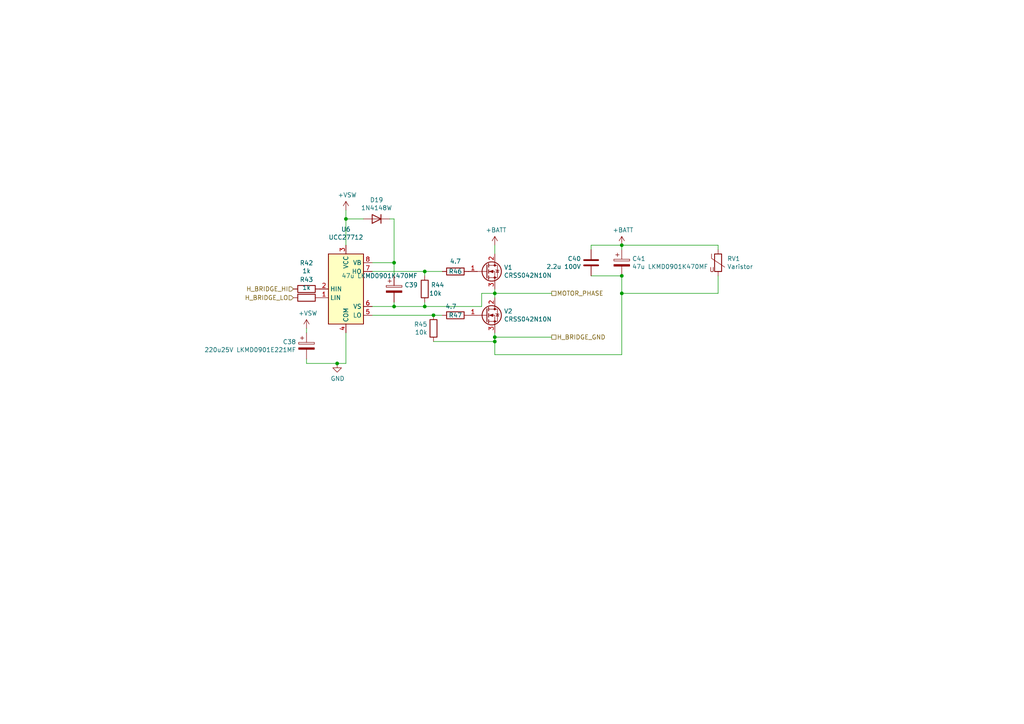
<source format=kicad_sch>
(kicad_sch (version 20211123) (generator eeschema)
  (paper "A4")
  (lib_symbols
    (symbol "Device:C" (pin_numbers hide) (pin_names (offset 0.254))
      (property "Reference" "C" (at 0.635 2.54 0))
      (property "Value" "C" (at 0.635 -2.54 0))
      (symbol "C_0_1"
        (polyline (pts (xy -2.032 -0.762) (xy 2.032 -0.762)) (stroke (width 0.508)))
        (polyline (pts (xy -2.032 0.762) (xy 2.032 0.762)) (stroke (width 0.508)))
      )
      (symbol "C_1_1"
        (pin passive line (at 0 3.81 270) (length 2.794) (name "~") (number "1"))
        (pin passive line (at 0 -3.81 90) (length 2.794) (name "~") (number "2"))
      )
    )
    (symbol "Device:CP" (pin_numbers hide) (pin_names (offset 0.254))
      (property "Reference" "C" (at 0.635 2.54 0))
      (property "Value" "Device_CP" (at 0.635 -2.54 0))
      (symbol "CP_0_1"
        (rectangle (start -2.286 0.508) (end 2.286 1.016))
        (polyline (pts (xy -1.778 2.286) (xy -0.762 2.286)))
        (polyline (pts (xy -1.27 2.794) (xy -1.27 1.778)))
        (rectangle (start 2.286 -0.508) (end -2.286 -1.016) (fill (type outline)))
      )
      (symbol "CP_1_1"
        (pin passive line (at 0 3.81 270) (length 2.794) (name "~") (number "1"))
        (pin passive line (at 0 -3.81 90) (length 2.794) (name "~") (number "2"))
      )
    )
    (symbol "Device:D" (pin_numbers hide) (pin_names (offset 1.016) hide)
      (property "Reference" "D" (at 0 2.54 0))
      (property "Value" "D" (at 0 -2.54 0))
      (symbol "D_0_1"
        (polyline (pts (xy -1.27 1.27) (xy -1.27 -1.27)) (stroke (width 0.254)))
        (polyline (pts (xy 1.27 0) (xy -1.27 0)))
        (polyline (pts (xy 1.27 1.27) (xy 1.27 -1.27) (xy -1.27 0) (xy 1.27 1.27)) (stroke (width 0.254)))
      )
      (symbol "D_1_1"
        (pin passive line (at -3.81 0 0) (length 2.54) (name "K") (number "1"))
        (pin passive line (at 3.81 0 180) (length 2.54) (name "A") (number "2"))
      )
    )
    (symbol "Device:R" (pin_numbers hide) (pin_names (offset 0))
      (property "Reference" "R" (at 2.032 0 90))
      (property "Value" "R" (at 0 0 90))
      (symbol "R_0_1"
        (rectangle (start -1.016 -2.54) (end 1.016 2.54) (stroke (width 0.254)))
      )
      (symbol "R_1_1"
        (pin passive line (at 0 3.81 270) (length 1.27) (name "~") (number "1"))
        (pin passive line (at 0 -3.81 90) (length 1.27) (name "~") (number "2"))
      )
    )
    (symbol "Device:Varistor" (pin_numbers hide) (pin_names (offset 0))
      (property "Reference" "RV" (at 3.175 0 90))
      (property "Value" "Varistor" (at -3.175 0 90))
      (symbol "Varistor_0_0"
        (text "U" (at -1.778 -2.032 0) (effects (font (size 1.27 1.27))))
      )
      (symbol "Varistor_0_1"
        (rectangle (start -1.016 -2.54) (end 1.016 2.54) (stroke (width 0.254)))
        (polyline (pts (xy -1.905 2.54) (xy -1.905 1.27) (xy 1.905 -1.27)))
      )
      (symbol "Varistor_1_1"
        (pin passive line (at 0 3.81 270) (length 1.27) (name "~") (number "1"))
        (pin passive line (at 0 -3.81 90) (length 1.27) (name "~") (number "2"))
      )
    )
    (symbol "Driver_FET:IRS2304"
      (property "Reference" "U" (at 1.27 13.335 0))
      (property "Value" "IRS2304" (at 1.27 11.43 0))
      (symbol "IRS2304_0_1"
        (rectangle (start -5.08 -10.16) (end 5.08 10.16) (stroke (width 0.254)) (fill (type background)))
      )
      (symbol "IRS2304_1_1"
        (pin input line (at -7.62 -2.54 0) (length 2.54) (name "LIN") (number "1"))
        (pin input line (at -7.62 0 0) (length 2.54) (name "HIN") (number "2"))
        (pin power_in line (at 0 12.7 270) (length 2.54) (name "VCC") (number "3"))
        (pin power_in line (at 0 -12.7 90) (length 2.54) (name "COM") (number "4"))
        (pin output line (at 7.62 -7.62 180) (length 2.54) (name "LO") (number "5"))
        (pin passive line (at 7.62 -5.08 180) (length 2.54) (name "VS") (number "6"))
        (pin output line (at 7.62 5.08 180) (length 2.54) (name "HO") (number "7"))
        (pin passive line (at 7.62 7.62 180) (length 2.54) (name "VB") (number "8"))
      )
    )
    (symbol "Transistor_FET:BSP89" (pin_names hide)
      (property "Reference" "Q" (at 5.08 1.905 0))
      (property "Value" "BSP89" (at 5.08 0 0))
      (symbol "BSP89_0_1"
        (polyline (pts (xy 0.254 0) (xy -2.54 0)))
        (polyline (pts (xy 0.254 1.905) (xy 0.254 -1.905)) (stroke (width 0.254)))
        (polyline (pts (xy 0.762 -1.27) (xy 0.762 -2.286)) (stroke (width 0.254)))
        (polyline (pts (xy 0.762 0.508) (xy 0.762 -0.508)) (stroke (width 0.254)))
        (polyline (pts (xy 0.762 2.286) (xy 0.762 1.27)) (stroke (width 0.254)))
        (polyline (pts (xy 2.54 2.54) (xy 2.54 1.778)))
        (polyline (pts (xy 2.54 -2.54) (xy 2.54 0) (xy 0.762 0)))
        (polyline (pts (xy 0.762 -1.778) (xy 3.302 -1.778) (xy 3.302 1.778) (xy 0.762 1.778)))
        (polyline (pts (xy 1.016 0) (xy 2.032 0.381) (xy 2.032 -0.381) (xy 1.016 0)) (fill (type outline)))
        (polyline (pts (xy 2.794 0.508) (xy 2.921 0.381) (xy 3.683 0.381) (xy 3.81 0.254)))
        (polyline (pts (xy 3.302 0.381) (xy 2.921 -0.254) (xy 3.683 -0.254) (xy 3.302 0.381)))
        (circle (center 1.651 0) (radius 2.794) (stroke (width 0.254)))
        (circle (center 2.54 -1.778) (radius 0.254) (fill (type outline)))
        (circle (center 2.54 1.778) (radius 0.254) (fill (type outline)))
      )
      (symbol "BSP89_1_1"
        (pin input line (at -5.08 0 0) (length 2.54) (name "G") (number "1"))
        (pin passive line (at 2.54 5.08 270) (length 2.54) (name "D") (number "2"))
        (pin passive line (at 2.54 -5.08 90) (length 2.54) (name "S") (number "3"))
      )
    )
    (symbol "power:+BATT" (power) (pin_names (offset 0))
      (property "Value" "+BATT" (at 0 3.556 0))
      (symbol "+BATT_0_1"
        (polyline (pts (xy -0.762 1.27) (xy 0 2.54)))
        (polyline (pts (xy 0 0) (xy 0 2.54)))
        (polyline (pts (xy 0 2.54) (xy 0.762 1.27)))
      )
      (symbol "+BATT_1_1"
        (pin power_in line (at 0 0 90) (length 0) hide (name "+BATT") (number "1"))
      )
    )
    (symbol "power:+VSW" (power) (pin_names (offset 0))
      (property "Value" "+VSW" (at 0 3.556 0))
      (symbol "+VSW_0_1"
        (polyline (pts (xy -0.762 1.27) (xy 0 2.54)))
        (polyline (pts (xy 0 0) (xy 0 2.54)))
        (polyline (pts (xy 0 2.54) (xy 0.762 1.27)))
      )
      (symbol "+VSW_1_1"
        (pin power_in line (at 0 0 90) (length 0) hide (name "+VSW") (number "1"))
      )
    )
    (symbol "power:GND" (power) (pin_names (offset 0))
      (property "Value" "GND" (at 0 -3.81 0))
      (symbol "GND_0_1"
        (polyline (pts (xy 0 0) (xy 0 -1.27) (xy 1.27 -1.27) (xy 0 -2.54) (xy -1.27 -1.27) (xy 0 -1.27)))
      )
      (symbol "GND_1_1"
        (pin power_in line (at 0 0 270) (length 0) hide (name "GND") (number "1"))
      )
    )
  )
  (junction (at 100.33 63.5))
  (junction (at 114.3 76.2))
  (junction (at 180.34 71.12))
  (junction (at 114.3 88.9))
  (junction (at 97.79 105.41))
  (junction (at 123.19 88.9))
  (junction (at 143.51 85.09))
  (junction (at 180.34 85.09))
  (junction (at 125.73 91.44))
  (junction (at 180.34 80.01))
  (junction (at 123.19 78.74))
  (junction (at 143.51 99.06))
  (junction (at 143.51 97.79))
  (wire (pts (xy 123.19 78.74) (xy 128.27 78.74)))
  (wire (pts (xy 97.79 105.41) (xy 100.33 105.41)))
  (wire (pts (xy 114.3 88.9) (xy 123.19 88.9)))
  (wire (pts (xy 143.51 97.79) (xy 143.51 96.52)))
  (wire (pts (xy 143.51 99.06) (xy 125.73 99.06)))
  (wire (pts (xy 171.45 71.12) (xy 171.45 72.39)))
  (wire (pts (xy 139.7 85.09) (xy 143.51 85.09)))
  (wire (pts (xy 180.34 80.01) (xy 180.34 85.09)))
  (wire (pts (xy 107.95 91.44) (xy 125.73 91.44)))
  (wire (pts (xy 143.51 85.09) (xy 143.51 86.36)))
  (wire (pts (xy 114.3 87.63) (xy 114.3 88.9)))
  (wire (pts (xy 100.33 63.5) (xy 100.33 71.12)))
  (wire (pts (xy 143.51 71.12) (xy 143.51 73.66)))
  (wire (pts (xy 208.28 85.09) (xy 180.34 85.09)))
  (wire (pts (xy 125.73 91.44) (xy 128.27 91.44)))
  (wire (pts (xy 180.34 71.12) (xy 180.34 72.39)))
  (wire (pts (xy 107.95 78.74) (xy 123.19 78.74)))
  (wire (pts (xy 143.51 83.82) (xy 143.51 85.09)))
  (wire (pts (xy 113.03 63.5) (xy 114.3 63.5)))
  (wire (pts (xy 107.95 76.2) (xy 114.3 76.2)))
  (wire (pts (xy 88.9 105.41) (xy 97.79 105.41)))
  (wire (pts (xy 88.9 96.52) (xy 88.9 95.25)))
  (wire (pts (xy 143.51 97.79) (xy 160.02 97.79)))
  (wire (pts (xy 123.19 80.01) (xy 123.19 78.74)))
  (wire (pts (xy 171.45 71.12) (xy 180.34 71.12)))
  (wire (pts (xy 107.95 88.9) (xy 114.3 88.9)))
  (wire (pts (xy 123.19 87.63) (xy 123.19 88.9)))
  (wire (pts (xy 208.28 71.12) (xy 208.28 72.39)))
  (wire (pts (xy 143.51 102.87) (xy 143.51 99.06)))
  (wire (pts (xy 139.7 88.9) (xy 139.7 85.09)))
  (wire (pts (xy 105.41 63.5) (xy 100.33 63.5)))
  (wire (pts (xy 100.33 96.52) (xy 100.33 105.41)))
  (wire (pts (xy 143.51 99.06) (xy 143.51 97.79)))
  (wire (pts (xy 123.19 88.9) (xy 139.7 88.9)))
  (wire (pts (xy 180.34 102.87) (xy 143.51 102.87)))
  (wire (pts (xy 100.33 60.96) (xy 100.33 63.5)))
  (wire (pts (xy 143.51 85.09) (xy 160.02 85.09)))
  (wire (pts (xy 114.3 76.2) (xy 114.3 80.01)))
  (wire (pts (xy 208.28 80.01) (xy 208.28 85.09)))
  (wire (pts (xy 180.34 71.12) (xy 208.28 71.12)))
  (wire (pts (xy 180.34 85.09) (xy 180.34 102.87)))
  (wire (pts (xy 88.9 104.14) (xy 88.9 105.41)))
  (wire (pts (xy 114.3 76.2) (xy 114.3 63.5)))
  (wire (pts (xy 171.45 80.01) (xy 180.34 80.01)))
  (hierarchical_label "H_BRIDGE_GND" (shape passive) (at 160.02 97.79 0))
  (hierarchical_label "H_BRIDGE_LO" (shape input) (at 85.09 86.36 180))
  (hierarchical_label "H_BRIDGE_HI" (shape input) (at 85.09 83.82 180))
  (hierarchical_label "MOTOR_PHASE" (shape passive) (at 160.02 85.09 0))
  (symbol (lib_id "Device:CP") (at 114.3 83.82 0) (unit 1)
    (property "Reference" "C39" (at 117.2972 82.6516 0) (effects (justify left)))
    (property "Value" "47u LKMD0901K470MF" (at 99.06 80.01 0) (effects (justify left)))
    (property "Footprint" "Bobbycar-FOC-hardware:CP_Radial_D8.0mm_P3.50mm_mid" (effects hide))
    (property "LCSC Part #" "C106686" (effects hide))
  )
  (symbol (lib_id "Device:D") (at 109.22 63.5 180) (unit 1)
    (property "Reference" "D19" (at 109.22 57.9882 0))
    (property "Value" "1N4148W" (at 109.22 60.2996 0))
    (property "Footprint" "Diode_SMD:D_SOD-123" (effects hide))
    (property "LCSC Part #" "C81598" (effects hide))
  )
  (symbol (lib_id "Transistor_FET:BSP89") (at 140.97 78.74 0) (unit 1)
    (property "Reference" "V1" (at 146.1516 77.5716 0) (effects (justify left)))
    (property "Value" "CRSS042N10N" (at 146.1516 79.883 0) (effects (justify left)))
    (property "Footprint" "Package_TO_SOT_SMD:TO-263-2" (effects hide))
    (property "Datasheet" "https://www.infineon.com/dgdl/Infineon-BSP89-DS-v02_02-en.pdf?fileId=db3a30433b47825b013b4b8a07f90d55" (effects hide))
    (property "place" "hand" (effects hide))
  )
  (symbol (lib_id "Device:R") (at 132.08 91.44 270) (unit 1)
    (property "Reference" "R47" (at 132.08 91.44 90))
    (property "Value" "4.7" (at 130.81 88.9 90))
    (property "Footprint" "Resistor_SMD:R_1206_3216Metric" (effects hide))
    (property "LCSC Part #" "C17937" (effects hide))
  )
  (symbol (lib_id "Transistor_FET:BSP89") (at 140.97 91.44 0) (unit 1)
    (property "Reference" "V2" (at 146.1516 90.2716 0) (effects (justify left)))
    (property "Value" "CRSS042N10N" (at 146.1516 92.583 0) (effects (justify left)))
    (property "Footprint" "Package_TO_SOT_SMD:TO-263-2" (effects hide))
    (property "Datasheet" "https://www.infineon.com/dgdl/Infineon-BSP89-DS-v02_02-en.pdf?fileId=db3a30433b47825b013b4b8a07f90d55" (effects hide))
    (property "place" "hand" (effects hide))
  )
  (symbol (lib_id "Device:R") (at 125.73 95.25 180) (unit 1)
    (property "Reference" "R45" (at 123.9774 94.0816 0) (effects (justify left)))
    (property "Value" "10k" (at 123.9774 96.393 0) (effects (justify left)))
    (property "Footprint" "Resistor_SMD:R_1206_3216Metric" (effects hide))
    (property "LCSC Part #" "C17902" (effects hide))
  )
  (symbol (lib_id "Device:R") (at 123.19 83.82 180) (unit 1)
    (property "Reference" "R44" (at 124.968 82.6516 0) (effects (justify right)))
    (property "Value" "10k" (at 124.46 85.09 0) (effects (justify right)))
    (property "Footprint" "Resistor_SMD:R_1206_3216Metric" (effects hide))
    (property "LCSC Part #" "C17902" (effects hide))
  )
  (symbol (lib_id "Driver_FET:IRS2304") (at 100.33 83.82 0) (unit 1)
    (property "Reference" "U6" (at 100.33 66.5226 0))
    (property "Value" "UCC27712" (at 100.33 68.834 0))
    (property "Footprint" "Package_SO:SOIC-8_3.9x4.9mm_P1.27mm" (effects hide))
    (property "Datasheet" "https://www.infineon.com/dgdl/irs2304spbf.pdf?fileId=5546d462533600a40153567a8fe72802" (effects hide))
    (property "alternative" "IRS2304 old" (effects hide))
    (property "LCSC Part #" "C485818" (effects hide))
  )
  (symbol (lib_id "power:+VSW") (at 100.33 60.96 0) (unit 1)
    (property "Reference" "#PWR062" (effects hide))
    (property "Value" "+VSW" (at 100.711 56.5658 0))
  )
  (symbol (lib_id "Device:CP") (at 88.9 100.33 0) (unit 1)
    (property "Reference" "C38" (at 85.9028 99.1616 0) (effects (justify right)))
    (property "Value" "220u25V LKMD0901E221MF" (at 85.9028 101.473 0) (effects (justify right)))
    (property "Footprint" "Bobbycar-FOC-hardware:CP_Radial_D8.0mm_P3.50mm_mid" (effects hide))
    (property "LCSC Part #" "C399576" (effects hide))
  )
  (symbol (lib_id "power:+VSW") (at 88.9 95.25 0) (unit 1)
    (property "Reference" "#PWR060" (effects hide))
    (property "Value" "+VSW" (at 89.281 90.8558 0))
  )
  (symbol (lib_id "power:GND") (at 97.79 105.41 0) (unit 1)
    (property "Reference" "#PWR061" (effects hide))
    (property "Value" "GND" (at 97.917 109.8042 0))
  )
  (symbol (lib_id "Device:R") (at 132.08 78.74 270) (unit 1)
    (property "Reference" "R46" (at 132.08 78.74 90))
    (property "Value" "4.7" (at 132.08 75.7936 90))
    (property "Footprint" "Resistor_SMD:R_1206_3216Metric" (effects hide))
    (property "LCSC Part #" "C17937" (effects hide))
  )
  (symbol (lib_id "Device:C") (at 171.45 76.2 0) (unit 1)
    (property "Reference" "C40" (at 168.529 75.0316 0) (effects (justify right)))
    (property "Value" "2.2u 100V" (at 168.529 77.343 0) (effects (justify right)))
    (property "Footprint" "Capacitor_SMD:C_1206_3216Metric" (effects hide))
    (property "place" "hand" (effects hide))
  )
  (symbol (lib_id "power:+BATT") (at 143.51 71.12 0) (unit 1)
    (property "Reference" "#PWR063" (effects hide))
    (property "Value" "+BATT" (at 143.891 66.7258 0))
  )
  (symbol (lib_id "Device:R") (at 88.9 83.82 270) (unit 1)
    (property "Reference" "R42" (at 88.9 76.2762 90))
    (property "Value" "1k" (at 88.9 78.5876 90))
    (property "Footprint" "Resistor_SMD:R_0603_1608Metric" (effects hide))
    (property "LCSC Part #" "C21190" (effects hide))
  )
  (symbol (lib_id "Device:R") (at 88.9 86.36 270) (unit 1)
    (property "Reference" "R43" (at 88.9 81.1022 90))
    (property "Value" "1k" (at 88.9 83.4136 90))
    (property "Footprint" "Resistor_SMD:R_0603_1608Metric" (effects hide))
    (property "LCSC Part #" "C21190" (effects hide))
  )
  (symbol (lib_id "Device:CP") (at 180.34 76.2 0) (unit 1)
    (property "Reference" "C41" (at 183.3372 75.0316 0) (effects (justify left)))
    (property "Value" "47u LKMD0901K470MF" (at 183.3372 77.343 0) (effects (justify left)))
    (property "Footprint" "Bobbycar-FOC-hardware:CP_Radial_D8.0mm_P3.50mm_mid" (effects hide))
    (property "LCSC Part #" "C106686" (effects hide))
  )
  (symbol (lib_id "power:+BATT") (at 180.34 71.12 0) (unit 1)
    (property "Reference" "#PWR064" (effects hide))
    (property "Value" "+BATT" (at 180.721 66.7258 0))
  )
  (symbol (lib_id "Device:Varistor") (at 208.28 76.2 0) (unit 1)
    (property "Reference" "RV1" (at 210.8962 75.0316 0) (effects (justify left)))
    (property "Value" "Varistor" (at 210.8962 77.343 0) (effects (justify left)))
    (property "Footprint" "Bobbycar-FOC-hardware:MOV20" (effects hide))
    (property "place" "hand" (effects hide))
  )
)
</source>
